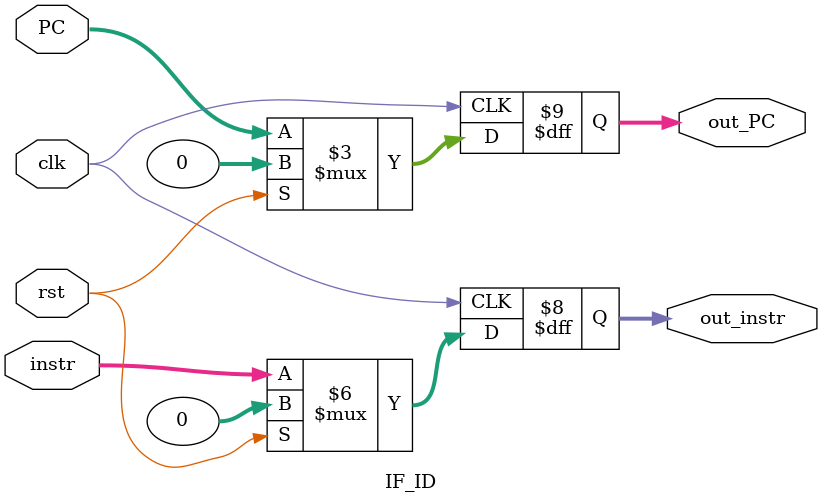
<source format=v>
module IF_ID( instr, PC, rst, clk, out_instr, out_PC ) ;
  
  input clk, rst ;
  input [31:0] instr, PC ;
  output reg[31:0] out_instr, out_PC ;
  
  always @ ( posedge clk ) begin
    if( rst ) begin    

    out_instr <= 32'b0 ;
    out_PC <= 32'b0 ;

    end

    else begin

    out_instr <= instr ;
    out_PC <= PC ;

    end
    
  end
  
endmodule
</source>
